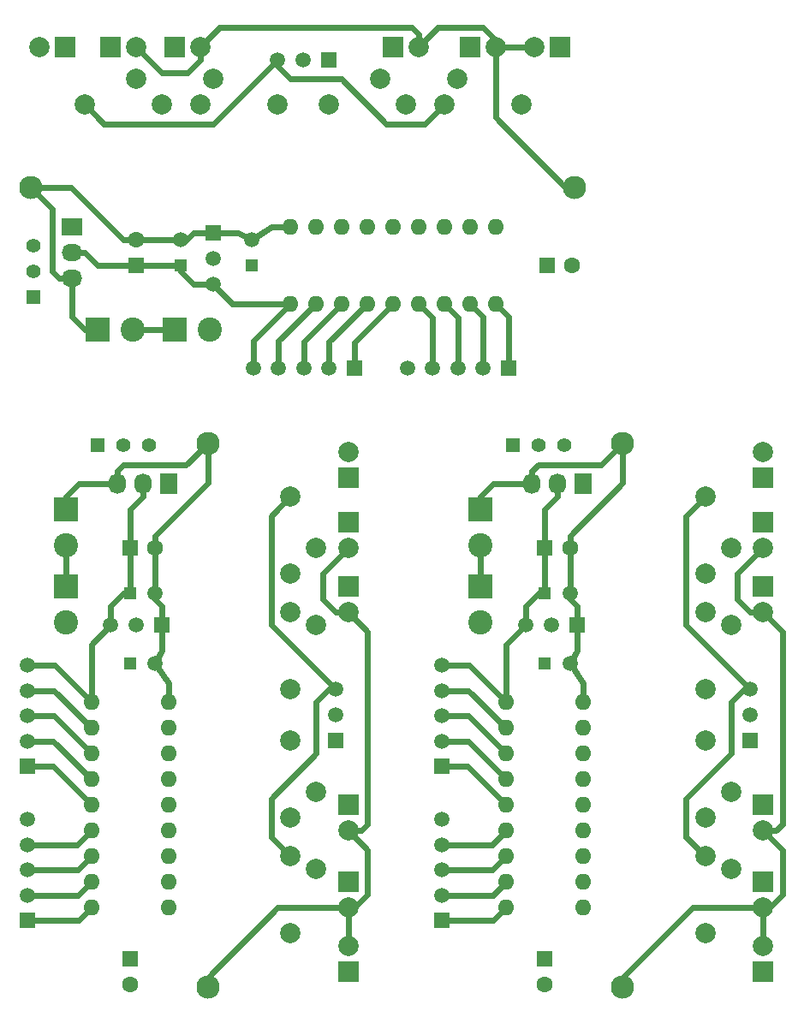
<source format=gbl>
%MOIN*%
%OFA0B0*%
%FSLAX46Y46*%
%IPPOS*%
%LPD*%
%ADD10C,0.0039370078740157488*%
%ADD11C,0.07874015748031496*%
%ADD12R,0.07874015748031496X0.07874015748031496*%
%ADD13R,0.055000000000000007X0.055000000000000007*%
%ADD14C,0.055000000000000007*%
%ADD15R,0.062992125984251982X0.062992125984251982*%
%ADD16C,0.062992125984251982*%
%ADD17R,0.051181102362204731X0.051181102362204731*%
%ADD18C,0.059055118110236227*%
%ADD19O,0.062992125984251982X0.062992125984251982*%
%ADD20R,0.068X0.08*%
%ADD21O,0.068X0.08*%
%ADD22C,0.094488188976377951*%
%ADD23R,0.094488188976377951X0.094488188976377951*%
%ADD24C,0.059842519685039376*%
%ADD25R,0.059842519685039376X0.059842519685039376*%
%ADD26R,0.059055118110236227X0.059055118110236227*%
%ADD27C,0.0905511811023622*%
%ADD28C,0.024000000000000004*%
%ADD39C,0.0039370078740157488*%
%ADD40C,0.07874015748031496*%
%ADD41R,0.07874015748031496X0.07874015748031496*%
%ADD42R,0.055000000000000007X0.055000000000000007*%
%ADD43C,0.055000000000000007*%
%ADD44R,0.062992125984251982X0.062992125984251982*%
%ADD45C,0.062992125984251982*%
%ADD46R,0.051181102362204731X0.051181102362204731*%
%ADD47C,0.059055118110236227*%
%ADD48O,0.062992125984251982X0.062992125984251982*%
%ADD49R,0.08X0.068*%
%ADD50O,0.08X0.068*%
%ADD51C,0.094488188976377951*%
%ADD52R,0.094488188976377951X0.094488188976377951*%
%ADD53C,0.059842519685039376*%
%ADD54R,0.059842519685039376X0.059842519685039376*%
%ADD55R,0.059055118110236227X0.059055118110236227*%
%ADD56C,0.0905511811023622*%
%ADD57C,0.024000000000000004*%
%ADD58C,0.0039370078740157488*%
%ADD59C,0.07874015748031496*%
%ADD60R,0.07874015748031496X0.07874015748031496*%
%ADD61R,0.055000000000000007X0.055000000000000007*%
%ADD62C,0.055000000000000007*%
%ADD63R,0.062992125984251982X0.062992125984251982*%
%ADD64C,0.062992125984251982*%
%ADD65R,0.051181102362204731X0.051181102362204731*%
%ADD66C,0.059055118110236227*%
%ADD67O,0.062992125984251982X0.062992125984251982*%
%ADD68R,0.068X0.08*%
%ADD69O,0.068X0.08*%
%ADD70C,0.094488188976377951*%
%ADD71R,0.094488188976377951X0.094488188976377951*%
%ADD72C,0.059842519685039376*%
%ADD73R,0.059842519685039376X0.059842519685039376*%
%ADD74R,0.059055118110236227X0.059055118110236227*%
%ADD75C,0.0905511811023622*%
%ADD76C,0.024000000000000004*%
G01*
D10*
D11*
X-0004799999Y0004650000D02*
X0001350000Y0000250000D03*
D12*
X0001350000Y0000150000D03*
D11*
X0001350000Y0002175000D03*
D12*
X0001350000Y0002075000D03*
D11*
X0001350000Y0001800000D03*
D12*
X0001350000Y0001900000D03*
D13*
X0000375000Y0002200000D03*
D14*
X0000475000Y0002200000D03*
X0000575000Y0002200000D03*
D11*
X0001350000Y0000700000D03*
D12*
X0001350000Y0000800000D03*
D15*
X0000500000Y0001800000D03*
D16*
X0000598425Y0001800000D03*
D17*
X0000500000Y0001625000D03*
D18*
X0000598425Y0001625000D03*
D19*
X0000650000Y0000400000D03*
X0000650000Y0000500000D03*
X0000650000Y0000600000D03*
X0000650000Y0000700000D03*
X0000650000Y0000800000D03*
X0000650000Y0000900000D03*
X0000650000Y0001000000D03*
X0000650000Y0001100000D03*
X0000650000Y0001200000D03*
X0000350000Y0001200000D03*
X0000350000Y0001100000D03*
X0000350000Y0001000000D03*
X0000350000Y0000900000D03*
X0000350000Y0000800000D03*
X0000350000Y0000700000D03*
X0000350000Y0000600000D03*
X0000350000Y0000500000D03*
X0000350000Y0000400000D03*
D16*
X0000500000Y0000101574D03*
D15*
X0000500000Y0000200000D03*
D20*
X0000650000Y0002050000D03*
D21*
X0000550000Y0002050000D03*
X0000450000Y0002050000D03*
D22*
X0000250000Y0001812204D03*
D23*
X0000250000Y0001950000D03*
D22*
X0000250000Y0001512204D03*
D23*
X0000250000Y0001650000D03*
D11*
X0001350000Y0001550000D03*
D12*
X0001350000Y0001650000D03*
D17*
X0000500000Y0001350000D03*
D18*
X0000598425Y0001350000D03*
D11*
X0001350000Y0000400000D03*
D12*
X0001350000Y0000500000D03*
D24*
X0000525000Y0001500000D03*
X0000425000Y0001500000D03*
D25*
X0000625000Y0001500000D03*
D26*
X0000100000Y0000350000D03*
D18*
X0000100000Y0000448425D03*
X0000100000Y0000546850D03*
X0000100000Y0000645275D03*
X0000100000Y0000743700D03*
D26*
X0000100000Y0000950000D03*
D18*
X0000100000Y0001048425D03*
X0000100000Y0001146850D03*
X0000100000Y0001245275D03*
X0000100000Y0001343700D03*
D24*
X0001300000Y0001150000D03*
X0001300000Y0001250000D03*
D25*
X0001300000Y0001050000D03*
D11*
X0001125000Y0000600000D03*
X0001125000Y0000300000D03*
X0001125000Y0002000000D03*
X0001125000Y0001700000D03*
X0001225000Y0001500000D03*
X0001225000Y0001800000D03*
X0001125000Y0000750000D03*
X0001125000Y0001050000D03*
X0001125000Y0001250000D03*
X0001125000Y0001550000D03*
X0001225000Y0000850000D03*
X0001225000Y0000550000D03*
D27*
X0000802755Y0002209055D03*
X0000802755Y0000090944D03*
D28*
X0000650000Y0001200000D02*
X0000650000Y0001273425D01*
X0000650000Y0001273425D02*
X0000598425Y0001350000D01*
X0000802755Y0000090944D02*
X0000802755Y0000127755D01*
X0000802755Y0000127755D02*
X0001075000Y0000400000D01*
X0001075000Y0000400000D02*
X0001350000Y0000400000D01*
X0001350000Y0000250000D02*
X0001350000Y0000400000D01*
X0000598425Y0001800000D02*
X0000598425Y0001848425D01*
X0000802755Y0002052755D02*
X0000802755Y0002209055D01*
X0000598425Y0001848425D02*
X0000802755Y0002052755D01*
X0001350000Y0000700000D02*
X0001400000Y0000700000D01*
X0001425000Y0001475000D02*
X0001350000Y0001550000D01*
X0001425000Y0000725000D02*
X0001425000Y0001475000D01*
X0001400000Y0000700000D02*
X0001425000Y0000725000D01*
X0000598425Y0001625000D02*
X0000598425Y0001601574D01*
X0000598425Y0001601574D02*
X0000625000Y0001575000D01*
X0000625000Y0001575000D02*
X0000625000Y0001500000D01*
X0000598425Y0001800000D02*
X0000598425Y0001625000D01*
X0000625000Y0001500000D02*
X0000625000Y0001401574D01*
X0000625000Y0001401574D02*
X0000598425Y0001350000D01*
X0000450000Y0002050000D02*
X0000450000Y0002100000D01*
X0000718700Y0002125000D02*
X0000802755Y0002209055D01*
X0000475000Y0002125000D02*
X0000718700Y0002125000D01*
X0000450000Y0002100000D02*
X0000475000Y0002125000D01*
X0000250000Y0001950000D02*
X0000250000Y0002000000D01*
X0000300000Y0002050000D02*
X0000450000Y0002050000D01*
X0000250000Y0002000000D02*
X0000300000Y0002050000D01*
X0001350000Y0000400000D02*
X0001375000Y0000400000D01*
X0001375000Y0000400000D02*
X0001425000Y0000450000D01*
X0001425000Y0000625000D02*
X0001350000Y0000700000D01*
X0001425000Y0000450000D02*
X0001425000Y0000625000D01*
X0001350000Y0001800000D02*
X0001325000Y0001800000D01*
X0001350000Y0001550000D02*
X0001300000Y0001550000D01*
X0001300000Y0001550000D02*
X0001250000Y0001600000D01*
X0001250000Y0001600000D02*
X0001250000Y0001700000D01*
X0001250000Y0001700000D02*
X0001350000Y0001800000D01*
X0000100000Y0000448425D02*
X0000298425Y0000448425D01*
X0000298425Y0000448425D02*
X0000350000Y0000500000D01*
X0000100000Y0000350000D02*
X0000300000Y0000350000D01*
X0000300000Y0000350000D02*
X0000350000Y0000400000D01*
X0000100000Y0001048425D02*
X0000201574Y0001048425D01*
X0000201574Y0001048425D02*
X0000350000Y0000900000D01*
X0000101574Y0001050000D02*
X0000100000Y0001048425D01*
X0000100000Y0000950000D02*
X0000200000Y0000950000D01*
X0000200000Y0000950000D02*
X0000350000Y0000800000D01*
X0000250000Y0001650000D02*
X0000250000Y0001812204D01*
X0000100000Y0000546850D02*
X0000296850Y0000546850D01*
X0000296850Y0000546850D02*
X0000350000Y0000600000D01*
X0000100000Y0000645275D02*
X0000295275Y0000645275D01*
X0000295275Y0000645275D02*
X0000350000Y0000700000D01*
X0000100000Y0000645275D02*
X0000120275Y0000645275D01*
X0000100000Y0001146850D02*
X0000203149Y0001146850D01*
X0000203149Y0001146850D02*
X0000350000Y0001000000D01*
X0000100000Y0001245275D02*
X0000204724Y0001245275D01*
X0000204724Y0001245275D02*
X0000350000Y0001100000D01*
X0000104724Y0001250000D02*
X0000100000Y0001245275D01*
X0001300000Y0001250000D02*
X0001275000Y0001250000D01*
X0001275000Y0001250000D02*
X0001225000Y0001200000D01*
X0001050000Y0000675000D02*
X0001125000Y0000600000D01*
X0001050000Y0000825000D02*
X0001050000Y0000675000D01*
X0001225000Y0001000000D02*
X0001050000Y0000825000D01*
X0001225000Y0001200000D02*
X0001225000Y0001000000D01*
X0001125000Y0002000000D02*
X0001075000Y0001950000D01*
X0001050000Y0001500000D02*
X0001300000Y0001250000D01*
X0001050000Y0001925000D02*
X0001050000Y0001500000D01*
X0001075000Y0001950000D02*
X0001050000Y0001925000D01*
X0000100000Y0001343700D02*
X0000206299Y0001343700D01*
X0000206299Y0001343700D02*
X0000350000Y0001200000D01*
X0000350000Y0001200000D02*
X0000350000Y0001425000D01*
X0000350000Y0001425000D02*
X0000425000Y0001500000D01*
X0000500000Y0001625000D02*
X0000475000Y0001625000D01*
X0000475000Y0001625000D02*
X0000425000Y0001575000D01*
X0000425000Y0001575000D02*
X0000425000Y0001500000D01*
X0000500000Y0001800000D02*
X0000500000Y0001625000D01*
X0000550000Y0002050000D02*
X0000550000Y0002000000D01*
X0000500000Y0001950000D02*
X0000500000Y0001800000D01*
X0000550000Y0002000000D02*
X0000500000Y0001950000D01*
G04 next file*
G04 #@! TF.FileFunction,Copper,L2,Bot,Signal*
G04 Gerber Fmt 4.6, Leading zero omitted, Abs format (unit mm)*
G04 Created by KiCad (PCBNEW 4.0.7) date 08/30/19 18:56:12*
G01*
G04 APERTURE LIST*
G04 APERTURE END LIST*
D39*
D40*
X-0002327165Y-0002398425D02*
X0002072834Y0003751574D03*
D41*
X0002172834Y0003751574D03*
D40*
X0000147834Y0003751574D03*
D41*
X0000247834Y0003751574D03*
D40*
X0000522834Y0003751574D03*
D41*
X0000422834Y0003751574D03*
D42*
X0000122834Y0002776574D03*
D43*
X0000122834Y0002876574D03*
X0000122834Y0002976574D03*
D40*
X0001622834Y0003751574D03*
D41*
X0001522834Y0003751574D03*
D44*
X0000522834Y0002901574D03*
D45*
X0000522834Y0003000000D03*
D46*
X0000697834Y0002901574D03*
D47*
X0000697834Y0003000000D03*
D48*
X0001922834Y0003051574D03*
X0001822834Y0003051574D03*
X0001722834Y0003051574D03*
X0001622834Y0003051574D03*
X0001522834Y0003051574D03*
X0001422834Y0003051574D03*
X0001322834Y0003051574D03*
X0001222834Y0003051574D03*
X0001122834Y0003051574D03*
X0001122834Y0002751574D03*
X0001222834Y0002751574D03*
X0001322834Y0002751574D03*
X0001422834Y0002751574D03*
X0001522834Y0002751574D03*
X0001622834Y0002751574D03*
X0001722834Y0002751574D03*
X0001822834Y0002751574D03*
X0001922834Y0002751574D03*
D45*
X0002221259Y0002901574D03*
D44*
X0002122834Y0002901574D03*
D49*
X0000272834Y0003051574D03*
D50*
X0000272834Y0002951574D03*
X0000272834Y0002851574D03*
D51*
X0000510629Y0002651574D03*
D52*
X0000372834Y0002651574D03*
D51*
X0000810629Y0002651574D03*
D52*
X0000672834Y0002651574D03*
D40*
X0000772834Y0003751574D03*
D41*
X0000672834Y0003751574D03*
D46*
X0000972834Y0002901574D03*
D47*
X0000972834Y0003000000D03*
D40*
X0001922834Y0003751574D03*
D41*
X0001822834Y0003751574D03*
D53*
X0000822834Y0002926574D03*
X0000822834Y0002826574D03*
D54*
X0000822834Y0003026574D03*
D55*
X0001972834Y0002501574D03*
D47*
X0001874409Y0002501574D03*
X0001775984Y0002501574D03*
X0001677559Y0002501574D03*
X0001579133Y0002501574D03*
D55*
X0001372834Y0002501574D03*
D47*
X0001274409Y0002501574D03*
X0001175984Y0002501574D03*
X0001077559Y0002501574D03*
X0000979133Y0002501574D03*
D53*
X0001172834Y0003701574D03*
X0001072834Y0003701574D03*
D54*
X0001272834Y0003701574D03*
D40*
X0001722834Y0003526574D03*
X0002022834Y0003526574D03*
X0000322834Y0003526574D03*
X0000622834Y0003526574D03*
X0000822834Y0003626574D03*
X0000522834Y0003626574D03*
X0001572834Y0003526574D03*
X0001272834Y0003526574D03*
X0001072834Y0003526574D03*
X0000772834Y0003526574D03*
X0001472834Y0003626574D03*
X0001772834Y0003626574D03*
D56*
X0000113779Y0003204330D03*
X0002231889Y0003204330D03*
D57*
X0001122834Y0003051574D02*
X0001049409Y0003051574D01*
X0001049409Y0003051574D02*
X0000972834Y0003000000D01*
X0002231889Y0003204330D02*
X0002195078Y0003204330D01*
X0002195078Y0003204330D02*
X0001922834Y0003476574D01*
X0001922834Y0003476574D02*
X0001922834Y0003751574D01*
X0002072834Y0003751574D02*
X0001922834Y0003751574D01*
X0000522834Y0003000000D02*
X0000474409Y0003000000D01*
X0000270078Y0003204330D02*
X0000113779Y0003204330D01*
X0000474409Y0003000000D02*
X0000270078Y0003204330D01*
X0001622834Y0003751574D02*
X0001622834Y0003801574D01*
X0000847834Y0003826574D02*
X0000772834Y0003751574D01*
X0001597834Y0003826574D02*
X0000847834Y0003826574D01*
X0001622834Y0003801574D02*
X0001597834Y0003826574D01*
X0000697834Y0003000000D02*
X0000721259Y0003000000D01*
X0000721259Y0003000000D02*
X0000747834Y0003026574D01*
X0000747834Y0003026574D02*
X0000822834Y0003026574D01*
X0000522834Y0003000000D02*
X0000697834Y0003000000D01*
X0000822834Y0003026574D02*
X0000921259Y0003026574D01*
X0000921259Y0003026574D02*
X0000972834Y0003000000D01*
X0000272834Y0002851574D02*
X0000222834Y0002851574D01*
X0000197834Y0003120275D02*
X0000113779Y0003204330D01*
X0000197834Y0002876574D02*
X0000197834Y0003120275D01*
X0000222834Y0002851574D02*
X0000197834Y0002876574D01*
X0000372834Y0002651574D02*
X0000322834Y0002651574D01*
X0000272834Y0002701574D02*
X0000272834Y0002851574D01*
X0000322834Y0002651574D02*
X0000272834Y0002701574D01*
X0001922834Y0003751574D02*
X0001922834Y0003776574D01*
X0001922834Y0003776574D02*
X0001872834Y0003826574D01*
X0001697834Y0003826574D02*
X0001622834Y0003751574D01*
X0001872834Y0003826574D02*
X0001697834Y0003826574D01*
X0000522834Y0003751574D02*
X0000522834Y0003726574D01*
X0000772834Y0003751574D02*
X0000772834Y0003701574D01*
X0000772834Y0003701574D02*
X0000722834Y0003651574D01*
X0000722834Y0003651574D02*
X0000622834Y0003651574D01*
X0000622834Y0003651574D02*
X0000522834Y0003751574D01*
X0001874409Y0002501574D02*
X0001874409Y0002700000D01*
X0001874409Y0002700000D02*
X0001822834Y0002751574D01*
X0001972834Y0002501574D02*
X0001972834Y0002701574D01*
X0001972834Y0002701574D02*
X0001922834Y0002751574D01*
X0001274409Y0002501574D02*
X0001274409Y0002603149D01*
X0001274409Y0002603149D02*
X0001422834Y0002751574D01*
X0001272834Y0002503149D02*
X0001274409Y0002501574D01*
X0001372834Y0002501574D02*
X0001372834Y0002601574D01*
X0001372834Y0002601574D02*
X0001522834Y0002751574D01*
X0000672834Y0002651574D02*
X0000510629Y0002651574D01*
X0001775984Y0002501574D02*
X0001775984Y0002698425D01*
X0001775984Y0002698425D02*
X0001722834Y0002751574D01*
X0001677559Y0002501574D02*
X0001677559Y0002696850D01*
X0001677559Y0002696850D02*
X0001622834Y0002751574D01*
X0001677559Y0002501574D02*
X0001677559Y0002521850D01*
X0001175984Y0002501574D02*
X0001175984Y0002604724D01*
X0001175984Y0002604724D02*
X0001322834Y0002751574D01*
X0001077559Y0002501574D02*
X0001077559Y0002606299D01*
X0001077559Y0002606299D02*
X0001222834Y0002751574D01*
X0001072834Y0002506299D02*
X0001077559Y0002501574D01*
X0001072834Y0003701574D02*
X0001072834Y0003676574D01*
X0001072834Y0003676574D02*
X0001122834Y0003626574D01*
X0001647834Y0003451574D02*
X0001722834Y0003526574D01*
X0001497834Y0003451574D02*
X0001647834Y0003451574D01*
X0001322834Y0003626574D02*
X0001497834Y0003451574D01*
X0001122834Y0003626574D02*
X0001322834Y0003626574D01*
X0000322834Y0003526574D02*
X0000372834Y0003476574D01*
X0000822834Y0003451574D02*
X0001072834Y0003701574D01*
X0000397834Y0003451574D02*
X0000822834Y0003451574D01*
X0000372834Y0003476574D02*
X0000397834Y0003451574D01*
X0000979133Y0002501574D02*
X0000979133Y0002607874D01*
X0000979133Y0002607874D02*
X0001122834Y0002751574D01*
X0001122834Y0002751574D02*
X0000897834Y0002751574D01*
X0000897834Y0002751574D02*
X0000822834Y0002826574D01*
X0000697834Y0002901574D02*
X0000697834Y0002876574D01*
X0000697834Y0002876574D02*
X0000747834Y0002826574D01*
X0000747834Y0002826574D02*
X0000822834Y0002826574D01*
X0000522834Y0002901574D02*
X0000697834Y0002901574D01*
X0000272834Y0002951574D02*
X0000322834Y0002951574D01*
X0000372834Y0002901574D02*
X0000522834Y0002901574D01*
X0000322834Y0002951574D02*
X0000372834Y0002901574D01*
G04 next file*
G04 #@! TF.FileFunction,Copper,L2,Bot,Signal*
G04 Gerber Fmt 4.6, Leading zero omitted, Abs format (unit mm)*
G04 Created by KiCad (PCBNEW 4.0.7) date 08/30/19 18:56:12*
G01*
G04 APERTURE LIST*
G04 APERTURE END LIST*
D58*
D59*
X-0003185826Y0004650000D02*
X0002964173Y0000250000D03*
D60*
X0002964173Y0000150000D03*
D59*
X0002964173Y0002175000D03*
D60*
X0002964173Y0002075000D03*
D59*
X0002964173Y0001800000D03*
D60*
X0002964173Y0001900000D03*
D61*
X0001989173Y0002200000D03*
D62*
X0002089173Y0002200000D03*
X0002189173Y0002200000D03*
D59*
X0002964173Y0000700000D03*
D60*
X0002964173Y0000800000D03*
D63*
X0002114173Y0001800000D03*
D64*
X0002212598Y0001800000D03*
D65*
X0002114173Y0001625000D03*
D66*
X0002212598Y0001625000D03*
D67*
X0002264173Y0000400000D03*
X0002264173Y0000500000D03*
X0002264173Y0000600000D03*
X0002264173Y0000700000D03*
X0002264173Y0000800000D03*
X0002264173Y0000900000D03*
X0002264173Y0001000000D03*
X0002264173Y0001100000D03*
X0002264173Y0001200000D03*
X0001964173Y0001200000D03*
X0001964173Y0001100000D03*
X0001964173Y0001000000D03*
X0001964173Y0000900000D03*
X0001964173Y0000800000D03*
X0001964173Y0000700000D03*
X0001964173Y0000600000D03*
X0001964173Y0000500000D03*
X0001964173Y0000400000D03*
D64*
X0002114173Y0000101574D03*
D63*
X0002114173Y0000200000D03*
D68*
X0002264173Y0002050000D03*
D69*
X0002164173Y0002050000D03*
X0002064173Y0002050000D03*
D70*
X0001864173Y0001812204D03*
D71*
X0001864173Y0001950000D03*
D70*
X0001864173Y0001512204D03*
D71*
X0001864173Y0001650000D03*
D59*
X0002964173Y0001550000D03*
D60*
X0002964173Y0001650000D03*
D65*
X0002114173Y0001350000D03*
D66*
X0002212598Y0001350000D03*
D59*
X0002964173Y0000400000D03*
D60*
X0002964173Y0000500000D03*
D72*
X0002139173Y0001500000D03*
X0002039173Y0001500000D03*
D73*
X0002239173Y0001500000D03*
D74*
X0001714173Y0000350000D03*
D66*
X0001714173Y0000448425D03*
X0001714173Y0000546850D03*
X0001714173Y0000645275D03*
X0001714173Y0000743700D03*
D74*
X0001714173Y0000950000D03*
D66*
X0001714173Y0001048425D03*
X0001714173Y0001146850D03*
X0001714173Y0001245275D03*
X0001714173Y0001343700D03*
D72*
X0002914173Y0001150000D03*
X0002914173Y0001250000D03*
D73*
X0002914173Y0001050000D03*
D59*
X0002739173Y0000600000D03*
X0002739173Y0000300000D03*
X0002739173Y0002000000D03*
X0002739173Y0001700000D03*
X0002839173Y0001500000D03*
X0002839173Y0001800000D03*
X0002739173Y0000750000D03*
X0002739173Y0001050000D03*
X0002739173Y0001250000D03*
X0002739173Y0001550000D03*
X0002839173Y0000850000D03*
X0002839173Y0000550000D03*
D75*
X0002416929Y0002209055D03*
X0002416929Y0000090944D03*
D76*
X0002264173Y0001200000D02*
X0002264173Y0001273425D01*
X0002264173Y0001273425D02*
X0002212598Y0001350000D01*
X0002416929Y0000090944D02*
X0002416929Y0000127755D01*
X0002416929Y0000127755D02*
X0002689173Y0000400000D01*
X0002689173Y0000400000D02*
X0002964173Y0000400000D01*
X0002964173Y0000250000D02*
X0002964173Y0000400000D01*
X0002212598Y0001800000D02*
X0002212598Y0001848425D01*
X0002416929Y0002052755D02*
X0002416929Y0002209055D01*
X0002212598Y0001848425D02*
X0002416929Y0002052755D01*
X0002964173Y0000700000D02*
X0003014173Y0000700000D01*
X0003039173Y0001475000D02*
X0002964173Y0001550000D01*
X0003039173Y0000725000D02*
X0003039173Y0001475000D01*
X0003014173Y0000700000D02*
X0003039173Y0000725000D01*
X0002212598Y0001625000D02*
X0002212598Y0001601574D01*
X0002212598Y0001601574D02*
X0002239173Y0001575000D01*
X0002239173Y0001575000D02*
X0002239173Y0001500000D01*
X0002212598Y0001800000D02*
X0002212598Y0001625000D01*
X0002239173Y0001500000D02*
X0002239173Y0001401574D01*
X0002239173Y0001401574D02*
X0002212598Y0001350000D01*
X0002064173Y0002050000D02*
X0002064173Y0002100000D01*
X0002332874Y0002125000D02*
X0002416929Y0002209055D01*
X0002089173Y0002125000D02*
X0002332874Y0002125000D01*
X0002064173Y0002100000D02*
X0002089173Y0002125000D01*
X0001864173Y0001950000D02*
X0001864173Y0002000000D01*
X0001914173Y0002050000D02*
X0002064173Y0002050000D01*
X0001864173Y0002000000D02*
X0001914173Y0002050000D01*
X0002964173Y0000400000D02*
X0002989173Y0000400000D01*
X0002989173Y0000400000D02*
X0003039173Y0000450000D01*
X0003039173Y0000625000D02*
X0002964173Y0000700000D01*
X0003039173Y0000450000D02*
X0003039173Y0000625000D01*
X0002964173Y0001800000D02*
X0002939173Y0001800000D01*
X0002964173Y0001550000D02*
X0002914173Y0001550000D01*
X0002914173Y0001550000D02*
X0002864173Y0001600000D01*
X0002864173Y0001600000D02*
X0002864173Y0001700000D01*
X0002864173Y0001700000D02*
X0002964173Y0001800000D01*
X0001714173Y0000448425D02*
X0001912598Y0000448425D01*
X0001912598Y0000448425D02*
X0001964173Y0000500000D01*
X0001714173Y0000350000D02*
X0001914173Y0000350000D01*
X0001914173Y0000350000D02*
X0001964173Y0000400000D01*
X0001714173Y0001048425D02*
X0001815748Y0001048425D01*
X0001815748Y0001048425D02*
X0001964173Y0000900000D01*
X0001715748Y0001050000D02*
X0001714173Y0001048425D01*
X0001714173Y0000950000D02*
X0001814173Y0000950000D01*
X0001814173Y0000950000D02*
X0001964173Y0000800000D01*
X0001864173Y0001650000D02*
X0001864173Y0001812204D01*
X0001714173Y0000546850D02*
X0001911023Y0000546850D01*
X0001911023Y0000546850D02*
X0001964173Y0000600000D01*
X0001714173Y0000645275D02*
X0001909448Y0000645275D01*
X0001909448Y0000645275D02*
X0001964173Y0000700000D01*
X0001714173Y0000645275D02*
X0001734448Y0000645275D01*
X0001714173Y0001146850D02*
X0001817322Y0001146850D01*
X0001817322Y0001146850D02*
X0001964173Y0001000000D01*
X0001714173Y0001245275D02*
X0001818897Y0001245275D01*
X0001818897Y0001245275D02*
X0001964173Y0001100000D01*
X0001718897Y0001250000D02*
X0001714173Y0001245275D01*
X0002914173Y0001250000D02*
X0002889173Y0001250000D01*
X0002889173Y0001250000D02*
X0002839173Y0001200000D01*
X0002664173Y0000675000D02*
X0002739173Y0000600000D01*
X0002664173Y0000825000D02*
X0002664173Y0000675000D01*
X0002839173Y0001000000D02*
X0002664173Y0000825000D01*
X0002839173Y0001200000D02*
X0002839173Y0001000000D01*
X0002739173Y0002000000D02*
X0002689173Y0001950000D01*
X0002664173Y0001500000D02*
X0002914173Y0001250000D01*
X0002664173Y0001925000D02*
X0002664173Y0001500000D01*
X0002689173Y0001950000D02*
X0002664173Y0001925000D01*
X0001714173Y0001343700D02*
X0001820472Y0001343700D01*
X0001820472Y0001343700D02*
X0001964173Y0001200000D01*
X0001964173Y0001200000D02*
X0001964173Y0001425000D01*
X0001964173Y0001425000D02*
X0002039173Y0001500000D01*
X0002114173Y0001625000D02*
X0002089173Y0001625000D01*
X0002089173Y0001625000D02*
X0002039173Y0001575000D01*
X0002039173Y0001575000D02*
X0002039173Y0001500000D01*
X0002114173Y0001800000D02*
X0002114173Y0001625000D01*
X0002164173Y0002050000D02*
X0002164173Y0002000000D01*
X0002114173Y0001950000D02*
X0002114173Y0001800000D01*
X0002164173Y0002000000D02*
X0002114173Y0001950000D01*
M02*
</source>
